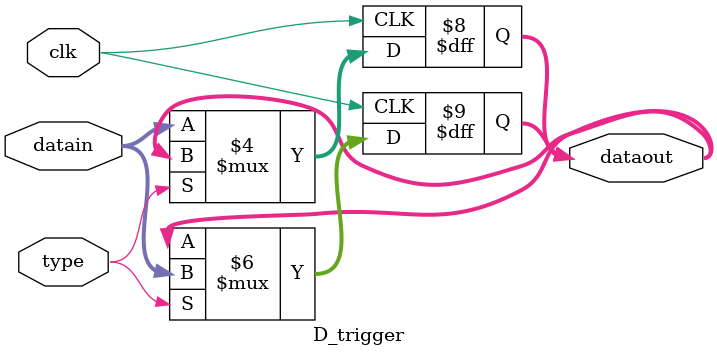
<source format=v>
`timescale 1ns / 1ps


module D_trigger(
    input clk,
    input [31:0]datain,
    input type,
    output reg [31:0]dataout
);

always @(posedge clk)begin
    if(type)dataout<=datain;
end
always @(negedge clk)begin
    if(!type)dataout<=datain;
end

endmodule

</source>
